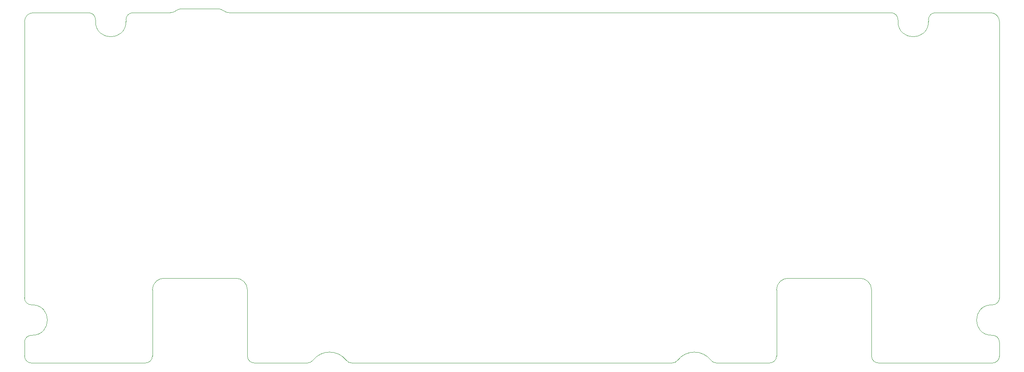
<source format=gbr>
%TF.GenerationSoftware,KiCad,Pcbnew,8.0.8*%
%TF.CreationDate,2025-03-01T19:11:54+01:00*%
%TF.ProjectId,travaulta WKL,74726176-6175-46c7-9461-20574b4c2e6b,rev?*%
%TF.SameCoordinates,Original*%
%TF.FileFunction,Profile,NP*%
%FSLAX46Y46*%
G04 Gerber Fmt 4.6, Leading zero omitted, Abs format (unit mm)*
G04 Created by KiCad (PCBNEW 8.0.8) date 2025-03-01 19:11:54*
%MOMM*%
%LPD*%
G01*
G04 APERTURE LIST*
%TA.AperFunction,Profile*%
%ADD10C,0.050000*%
%TD*%
G04 APERTURE END LIST*
D10*
X238200000Y-49750000D02*
G75*
G02*
X239700000Y-48250000I1500000J0D01*
G01*
X46575000Y-110759000D02*
G75*
G02*
X45075000Y-109259000I0J1500000D01*
G01*
X88835496Y-48250000D02*
G75*
G02*
X87605918Y-47827380I4J2000000D01*
G01*
X74900000Y-105050000D02*
X90200000Y-105050000D01*
X251734375Y-117259000D02*
G75*
G02*
X251734375Y-110759000I25J3250000D01*
G01*
X251734375Y-110759000D02*
X251875000Y-110759000D01*
X226050000Y-107550000D02*
X226050000Y-121700000D01*
X72400000Y-107550000D02*
G75*
G02*
X74900000Y-105050000I2500000J0D01*
G01*
X253375000Y-121700000D02*
G75*
G02*
X251875000Y-123200000I-1500000J0D01*
G01*
X106703125Y-122616430D02*
G75*
G02*
X105515625Y-123199980I-1187425J916330D01*
G01*
X46716000Y-110759000D02*
G75*
G02*
X46716000Y-117259000I0J-3250000D01*
G01*
X106703125Y-122616430D02*
G75*
G02*
X113828125Y-122616430I3562500J-2749291D01*
G01*
X251475000Y-48250000D02*
G75*
G02*
X253375000Y-50150000I0J-1900000D01*
G01*
X76221573Y-48250000D02*
X68250000Y-48250000D01*
X231700000Y-50150000D02*
X231700000Y-49750000D01*
X253375000Y-109259000D02*
X253375000Y-50150000D01*
X94200000Y-123200000D02*
G75*
G02*
X92700000Y-121700000I0J1500000D01*
G01*
X66750000Y-50150000D02*
G75*
G02*
X60250000Y-50150000I-3250000J0D01*
G01*
X192934375Y-123200000D02*
G75*
G02*
X191746860Y-122616442I25J1500100D01*
G01*
X58750000Y-48250000D02*
G75*
G02*
X60250000Y-49750000I0J-1500000D01*
G01*
X46575000Y-110759000D02*
X46716000Y-110759000D01*
X230200000Y-48250000D02*
G75*
G02*
X231700000Y-49750000I0J-1500000D01*
G01*
X115015625Y-123200000D02*
X183434375Y-123200000D01*
X227550000Y-123200000D02*
G75*
G02*
X226050000Y-121700000I0J1500000D01*
G01*
X184621875Y-122616430D02*
G75*
G02*
X183434375Y-123200021I-1187575J916530D01*
G01*
X184621875Y-122616430D02*
G75*
G02*
X191746875Y-122616430I3562500J-2749291D01*
G01*
X253375000Y-109259000D02*
G75*
G02*
X251875000Y-110759000I-1500000J0D01*
G01*
X205750000Y-107550000D02*
G75*
G02*
X208250000Y-105050000I2500000J0D01*
G01*
X72400000Y-121700000D02*
G75*
G02*
X70900000Y-123200000I-1500000J0D01*
G01*
X77451153Y-47827382D02*
G75*
G02*
X78680733Y-47404772I1229647J-1577618D01*
G01*
X227550000Y-123200000D02*
X251875000Y-123200000D01*
X45075000Y-50150000D02*
G75*
G02*
X46975000Y-48250000I1900000J0D01*
G01*
X86376336Y-47404763D02*
X78680733Y-47404763D01*
X77451153Y-47827382D02*
G75*
G02*
X76221573Y-48250024I-1229653J1577482D01*
G01*
X199934375Y-123200000D02*
X204250000Y-123200000D01*
X60250000Y-50150000D02*
X60250000Y-49750000D01*
X92700000Y-107550000D02*
X92700000Y-121700000D01*
X94200000Y-123200000D02*
X98515625Y-123200000D01*
X208250000Y-105050000D02*
X223550000Y-105050000D01*
X251875000Y-117259000D02*
G75*
G02*
X253375000Y-118759000I0J-1500000D01*
G01*
X238200000Y-50150000D02*
G75*
G02*
X231700000Y-50150000I-3250000J0D01*
G01*
X205750000Y-121700000D02*
G75*
G02*
X204250000Y-123200000I-1500000J0D01*
G01*
X115015625Y-123200000D02*
G75*
G02*
X113828140Y-122616418I-25J1499900D01*
G01*
X192934375Y-123200000D02*
X199934375Y-123200000D01*
X46575000Y-123200000D02*
X70900000Y-123200000D01*
X238200000Y-49750000D02*
X238200000Y-50150000D01*
X98515625Y-123200000D02*
X105515625Y-123200000D01*
X66750000Y-49750000D02*
X66750000Y-50150000D01*
X86376336Y-47404763D02*
G75*
G02*
X87605921Y-47827376I-36J-2000137D01*
G01*
X45075000Y-118759000D02*
X45075000Y-121700000D01*
X230200000Y-48250000D02*
X88835496Y-48250000D01*
X251875000Y-117259000D02*
X251734375Y-117259000D01*
X251475000Y-48250000D02*
X239700000Y-48250000D01*
X45075000Y-50150000D02*
X45075000Y-109259000D01*
X90200000Y-105050000D02*
G75*
G02*
X92700000Y-107550000I0J-2500000D01*
G01*
X45075000Y-118759000D02*
G75*
G02*
X46575000Y-117259000I1500000J0D01*
G01*
X46716000Y-117259000D02*
X46575000Y-117259000D01*
X223550000Y-105050000D02*
G75*
G02*
X226050000Y-107550000I0J-2500000D01*
G01*
X205750000Y-121700000D02*
X205750000Y-107550000D01*
X72400000Y-121700000D02*
X72400000Y-107550000D01*
X253375000Y-121700000D02*
X253375000Y-118759000D01*
X46575000Y-123200000D02*
G75*
G02*
X45075000Y-121700000I0J1500000D01*
G01*
X66750000Y-49750000D02*
G75*
G02*
X68250000Y-48250000I1500000J0D01*
G01*
X58750000Y-48250000D02*
X46975000Y-48250000D01*
M02*

</source>
